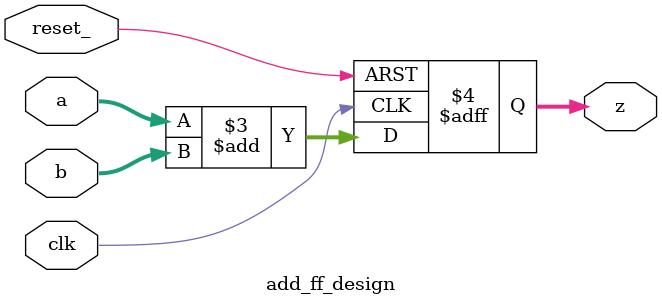
<source format=v>

module add_ff_design(clk, reset_, a, b, z);

	input               clk;
	input               reset_;

	input       [3:0]   a;
	input       [3:0]   b;
	output  reg [3:0]   z;

	always @(posedge clk, negedge reset_)
        if (!reset_) begin
			z <= 0;
        end
        else begin
			z <= a + b;
        end

endmodule


</source>
